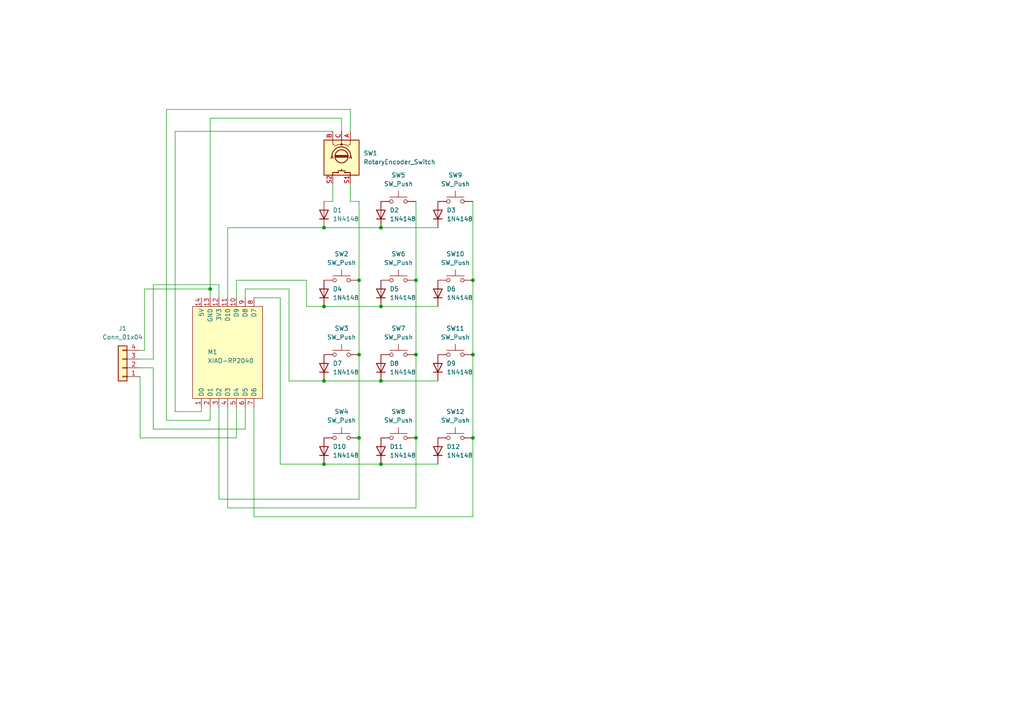
<source format=kicad_sch>
(kicad_sch (version 20231120) (generator "eeschema") (generator_version "8.0")
  (paper "A4")
  (lib_symbols
    (symbol "Connector_Generic:Conn_01x04" (pin_names (offset 1.016) hide)
      (property "Reference" "J" (at 0 5.08 0))
      (property "Value" "Conn_01x04" (at 0 -7.62 0))
      (symbol "Conn_01x04_1_1"
        (rectangle (start -1.27 -4.953) (end 0 -5.207) (stroke (width 0.1524)))
        (rectangle (start -1.27 -2.413) (end 0 -2.667) (stroke (width 0.1524)))
        (rectangle (start -1.27 0.127) (end 0 -0.127) (stroke (width 0.1524)))
        (rectangle (start -1.27 2.667) (end 0 2.413) (stroke (width 0.1524)))
        (rectangle (start -1.27 3.81) (end 1.27 -6.35) (stroke (width 0.254)) (fill (type background)))
        (pin passive line (at -5.08 2.54 0) (length 3.81) (name "Pin_1") (number "1"))
        (pin passive line (at -5.08 0 0) (length 3.81) (name "Pin_2") (number "2"))
        (pin passive line (at -5.08 -2.54 0) (length 3.81) (name "Pin_3") (number "3"))
        (pin passive line (at -5.08 -5.08 0) (length 3.81) (name "Pin_4") (number "4"))
      )
    )
    (symbol "Device:RotaryEncoder_Switch" (pin_names (offset 0.254) hide)
      (property "Reference" "SW" (at 0 6.604 0))
      (property "Value" "RotaryEncoder_Switch" (at 0 -6.604 0))
      (symbol "RotaryEncoder_Switch_0_1"
        (rectangle (start -5.08 5.08) (end 5.08 -5.08) (stroke (width 0.254)) (fill (type background)))
        (circle (center -3.81 0) (radius 0.254) (fill (type outline)))
        (circle (center -0.381 0) (radius 1.905) (stroke (width 0.254)))
        (arc (start -0.381 2.667) (mid -3.0988 -0.0635) (end -0.381 -2.794) (stroke (width 0.254)))
        (polyline (pts (xy -0.635 -1.778) (xy -0.635 1.778)) (stroke (width 0.254)))
        (polyline (pts (xy -0.381 -1.778) (xy -0.381 1.778)) (stroke (width 0.254)))
        (polyline (pts (xy -0.127 1.778) (xy -0.127 -1.778)) (stroke (width 0.254)))
        (polyline (pts (xy 3.81 0) (xy 3.429 0)) (stroke (width 0.254)))
        (polyline (pts (xy 3.81 1.016) (xy 3.81 -1.016)) (stroke (width 0.254)))
        (polyline (pts (xy -5.08 -2.54) (xy -3.81 -2.54) (xy -3.81 -2.032)))
        (polyline (pts (xy -5.08 2.54) (xy -3.81 2.54) (xy -3.81 2.032)))
        (polyline (pts (xy 0.254 -3.048) (xy -0.508 -2.794) (xy 0.127 -2.413)) (stroke (width 0.254)))
        (polyline (pts (xy 0.254 2.921) (xy -0.508 2.667) (xy 0.127 2.286)) (stroke (width 0.254)))
        (polyline (pts (xy 5.08 -2.54) (xy 4.318 -2.54) (xy 4.318 -1.016)) (stroke (width 0.254)))
        (polyline (pts (xy 5.08 2.54) (xy 4.318 2.54) (xy 4.318 1.016)) (stroke (width 0.254)))
        (polyline (pts (xy -5.08 0) (xy -3.81 0) (xy -3.81 -1.016) (xy -3.302 -2.032)))
        (polyline (pts (xy -4.318 0) (xy -3.81 0) (xy -3.81 1.016) (xy -3.302 2.032)))
        (circle (center 4.318 -1.016) (radius 0.127) (stroke (width 0.254)))
        (circle (center 4.318 1.016) (radius 0.127) (stroke (width 0.254)))
      )
      (symbol "RotaryEncoder_Switch_1_1"
        (pin passive line (at -7.62 2.54 0) (length 2.54) (name "A") (number "A"))
        (pin passive line (at -7.62 -2.54 0) (length 2.54) (name "B") (number "B"))
        (pin passive line (at -7.62 0 0) (length 2.54) (name "C") (number "C"))
        (pin passive line (at 7.62 2.54 180) (length 2.54) (name "S1") (number "S1"))
        (pin passive line (at 7.62 -2.54 180) (length 2.54) (name "S2") (number "S2"))
      )
    )
    (symbol "Diode:1N4148" (pin_numbers hide) (pin_names hide)
      (property "Reference" "D" (at 0 2.54 0))
      (property "Value" "1N4148" (at 0 -2.54 0))
      (symbol "1N4148_0_1"
        (polyline (pts (xy -1.27 1.27) (xy -1.27 -1.27)) (stroke (width 0.254)))
        (polyline (pts (xy 1.27 0) (xy -1.27 0)))
        (polyline (pts (xy 1.27 1.27) (xy 1.27 -1.27) (xy -1.27 0) (xy 1.27 1.27)) (stroke (width 0.254)))
      )
      (symbol "1N4148_1_1"
        (pin passive line (at -3.81 0 0) (length 2.54) (name "K") (number "1"))
        (pin passive line (at 3.81 0 180) (length 2.54) (name "A") (number "2"))
      )
    )
    (symbol "Switch:SW_Push" (pin_numbers hide) (pin_names (offset 1.016) hide)
      (property "Reference" "SW" (at 1.27 2.54 0))
      (property "Value" "SW_Push" (at 0 -1.524 0))
      (symbol "SW_Push_0_1"
        (circle (center -2.032 0) (radius 0.508))
        (polyline (pts (xy 0 1.27) (xy 0 3.048)))
        (polyline (pts (xy 2.54 1.27) (xy -2.54 1.27)))
        (circle (center 2.032 0) (radius 0.508))
        (pin passive line (at -5.08 0 0) (length 2.54) (name "1") (number "1"))
        (pin passive line (at 5.08 0 180) (length 2.54) (name "2") (number "2"))
      )
    )
    (symbol "xiao-rp2040:XIAO-RP2040"
      (property "Reference" "M" (at 0 0 0))
      (property "Value" "XIAO-RP2040" (at 0 2.54 0))
      (symbol "XIAO-RP2040_0_1"
        (rectangle (start -12.7 10.16) (end 13.97 -10.16) (fill (type background)))
      )
      (symbol "XIAO-RP2040_1_1"
        (pin bidirectional line (at -15.24 7.62 0) (length 2.54) (name "D0") (number "1"))
        (pin bidirectional line (at 16.51 -2.54 180) (length 2.54) (name "D9") (number "10"))
        (pin bidirectional line (at 16.51 0 180) (length 2.54) (name "D10") (number "11"))
        (pin power_in line (at 16.51 2.54 180) (length 2.54) (name "3V3") (number "12"))
        (pin power_in line (at 16.51 5.08 180) (length 2.54) (name "GND") (number "13"))
        (pin power_in line (at 16.51 7.62 180) (length 2.54) (name "5V") (number "14"))
        (pin bidirectional line (at -15.24 5.08 0) (length 2.54) (name "D1") (number "2"))
        (pin bidirectional line (at -15.24 2.54 0) (length 2.54) (name "D2") (number "3"))
        (pin bidirectional line (at -15.24 0 0) (length 2.54) (name "D3") (number "4"))
        (pin bidirectional line (at -15.24 -2.54 0) (length 2.54) (name "D4") (number "5"))
        (pin bidirectional line (at -15.24 -5.08 0) (length 2.54) (name "D5") (number "6"))
        (pin bidirectional line (at -15.24 -7.62 0) (length 2.54) (name "D6") (number "7"))
        (pin bidirectional line (at 16.51 -7.62 180) (length 2.54) (name "D7") (number "8"))
        (pin bidirectional line (at 16.51 -5.08 180) (length 2.54) (name "D8") (number "9"))
      )
    )
  )
  (junction (at 93.98 88.9))
  (junction (at 137.16 102.87))
  (junction (at 120.65 81.28))
  (junction (at 137.16 127))
  (junction (at 120.65 102.87))
  (junction (at 104.14 127))
  (junction (at 110.49 110.49))
  (junction (at 137.16 81.28))
  (junction (at 93.98 110.49))
  (junction (at 104.14 102.87))
  (junction (at 120.65 127))
  (junction (at 93.98 134.62))
  (junction (at 104.14 81.28))
  (junction (at 110.49 88.9))
  (junction (at 110.49 66.04))
  (junction (at 60.96 83.82))
  (junction (at 110.49 134.62))
  (junction (at 93.98 66.04))
  (wire (pts (xy 137.16 127) (xy 137.16 149.86)))
  (wire (pts (xy 50.8 38.1) (xy 50.8 119.38)))
  (wire (pts (xy 137.16 58.42) (xy 137.16 81.28)))
  (wire (pts (xy 101.6 38.1) (xy 101.6 31.75)))
  (wire (pts (xy 88.9 81.28) (xy 88.9 88.9)))
  (wire (pts (xy 68.58 81.28) (xy 88.9 81.28)))
  (wire (pts (xy 71.12 83.82) (xy 71.12 86.36)))
  (wire (pts (xy 63.5 82.55) (xy 63.5 86.36)))
  (wire (pts (xy 101.6 58.42) (xy 101.6 53.34)))
  (wire (pts (xy 66.04 118.11) (xy 66.04 147.32)))
  (wire (pts (xy 68.58 86.36) (xy 68.58 81.28)))
  (wire (pts (xy 44.45 82.55) (xy 44.45 104.14)))
  (wire (pts (xy 127 66.04) (xy 110.49 66.04)))
  (wire (pts (xy 104.14 58.42) (xy 101.6 58.42)))
  (wire (pts (xy 71.12 118.11) (xy 71.12 124.46)))
  (wire (pts (xy 66.04 147.32) (xy 120.65 147.32)))
  (wire (pts (xy 99.06 34.29) (xy 99.06 38.1)))
  (wire (pts (xy 104.14 127) (xy 104.14 144.78)))
  (wire (pts (xy 104.14 102.87) (xy 104.14 127)))
  (wire (pts (xy 60.96 83.82) (xy 60.96 86.36)))
  (wire (pts (xy 127 88.9) (xy 110.49 88.9)))
  (wire (pts (xy 93.98 58.42) (xy 96.52 58.42)))
  (wire (pts (xy 50.8 119.38) (xy 58.42 119.38)))
  (wire (pts (xy 110.49 66.04) (xy 93.98 66.04)))
  (wire (pts (xy 48.26 31.75) (xy 48.26 121.92)))
  (wire (pts (xy 88.9 88.9) (xy 93.98 88.9)))
  (wire (pts (xy 73.66 86.36) (xy 81.28 86.36)))
  (wire (pts (xy 96.52 38.1) (xy 50.8 38.1)))
  (wire (pts (xy 60.96 118.11) (xy 60.96 121.92)))
  (wire (pts (xy 63.5 144.78) (xy 63.5 118.11)))
  (wire (pts (xy 66.04 66.04) (xy 93.98 66.04)))
  (wire (pts (xy 110.49 110.49) (xy 93.98 110.49)))
  (wire (pts (xy 127 110.49) (xy 110.49 110.49)))
  (wire (pts (xy 41.91 101.6) (xy 41.91 83.82)))
  (wire (pts (xy 104.14 144.78) (xy 63.5 144.78)))
  (wire (pts (xy 83.82 110.49) (xy 83.82 83.82)))
  (wire (pts (xy 83.82 83.82) (xy 71.12 83.82)))
  (wire (pts (xy 120.65 147.32) (xy 120.65 127)))
  (wire (pts (xy 93.98 110.49) (xy 83.82 110.49)))
  (wire (pts (xy 110.49 134.62) (xy 93.98 134.62)))
  (wire (pts (xy 137.16 102.87) (xy 137.16 127)))
  (wire (pts (xy 137.16 81.28) (xy 137.16 102.87)))
  (wire (pts (xy 66.04 66.04) (xy 66.04 86.36)))
  (wire (pts (xy 48.26 121.92) (xy 60.96 121.92)))
  (wire (pts (xy 104.14 81.28) (xy 104.14 102.87)))
  (wire (pts (xy 101.6 31.75) (xy 48.26 31.75)))
  (wire (pts (xy 44.45 82.55) (xy 63.5 82.55)))
  (wire (pts (xy 44.45 124.46) (xy 71.12 124.46)))
  (wire (pts (xy 73.66 149.86) (xy 73.66 118.11)))
  (wire (pts (xy 110.49 88.9) (xy 93.98 88.9)))
  (wire (pts (xy 44.45 104.14) (xy 40.64 104.14)))
  (wire (pts (xy 104.14 58.42) (xy 104.14 81.28)))
  (wire (pts (xy 41.91 101.6) (xy 40.64 101.6)))
  (wire (pts (xy 81.28 134.62) (xy 93.98 134.62)))
  (wire (pts (xy 96.52 58.42) (xy 96.52 53.34)))
  (wire (pts (xy 60.96 34.29) (xy 99.06 34.29)))
  (wire (pts (xy 44.45 106.68) (xy 40.64 106.68)))
  (wire (pts (xy 41.91 83.82) (xy 60.96 83.82)))
  (wire (pts (xy 68.58 127) (xy 40.64 127)))
  (wire (pts (xy 137.16 149.86) (xy 73.66 149.86)))
  (wire (pts (xy 120.65 81.28) (xy 120.65 102.87)))
  (wire (pts (xy 120.65 102.87) (xy 120.65 127)))
  (wire (pts (xy 68.58 118.11) (xy 68.58 127)))
  (wire (pts (xy 127 134.62) (xy 110.49 134.62)))
  (wire (pts (xy 40.64 127) (xy 40.64 109.22)))
  (wire (pts (xy 58.42 118.11) (xy 58.42 119.38)))
  (wire (pts (xy 44.45 124.46) (xy 44.45 106.68)))
  (wire (pts (xy 81.28 86.36) (xy 81.28 134.62)))
  (wire (pts (xy 120.65 58.42) (xy 120.65 81.28)))
  (wire (pts (xy 60.96 83.82) (xy 60.96 34.29)))
  (symbol (lib_id "Switch:SW_Push") (at 99.06 102.87 0) (unit 1)
    (property "Reference" "SW3" (at 99.06 95.25 0))
    (property "Value" "SW_Push" (at 99.06 97.79 0))
    (property "Footprint" "ScottoKeebs_MX:MX_PCB_1.00u" (effects (hide yes)))
    (property "Description" "Push button switch, generic, two pins" (effects (hide yes)))
  )
  (symbol (lib_id "Diode:1N4148") (at 93.98 62.23 90) (unit 1)
    (property "Reference" "D1" (at 96.52 60.9599 90) (effects (justify right)))
    (property "Value" "1N4148" (at 96.52 63.4999 90) (effects (justify right)))
    (property "Footprint" "Diode_THT:D_DO-35_SOD27_P7.62mm_Horizontal" (effects (hide yes)))
    (property "Datasheet" "https://assets.nexperia.com/documents/data-sheet/1N4148_1N4448.pdf" (effects (hide yes)))
    (property "Description" "100V 0.15A standard switching diode, DO-35" (effects (hide yes)))
    (property "Sim.Device" "D" (effects (hide yes)))
    (property "Sim.Pins" "1=K 2=A" (effects (hide yes)))
  )
  (symbol (lib_id "Diode:1N4148") (at 93.98 106.68 90) (unit 1)
    (property "Reference" "D7" (at 96.52 105.4099 90) (effects (justify right)))
    (property "Value" "1N4148" (at 96.52 107.9499 90) (effects (justify right)))
    (property "Footprint" "Diode_THT:D_DO-35_SOD27_P7.62mm_Horizontal" (effects (hide yes)))
    (property "Datasheet" "https://assets.nexperia.com/documents/data-sheet/1N4148_1N4448.pdf" (effects (hide yes)))
    (property "Description" "100V 0.15A standard switching diode, DO-35" (effects (hide yes)))
    (property "Sim.Device" "D" (effects (hide yes)))
    (property "Sim.Pins" "1=K 2=A" (effects (hide yes)))
  )
  (symbol (lib_id "Diode:1N4148") (at 127 106.68 90) (unit 1)
    (property "Reference" "D9" (at 129.54 105.4099 90) (effects (justify right)))
    (property "Value" "1N4148" (at 129.54 107.9499 90) (effects (justify right)))
    (property "Footprint" "Diode_THT:D_DO-35_SOD27_P7.62mm_Horizontal" (effects (hide yes)))
    (property "Datasheet" "https://assets.nexperia.com/documents/data-sheet/1N4148_1N4448.pdf" (effects (hide yes)))
    (property "Description" "100V 0.15A standard switching diode, DO-35" (effects (hide yes)))
    (property "Sim.Device" "D" (effects (hide yes)))
    (property "Sim.Pins" "1=K 2=A" (effects (hide yes)))
  )
  (symbol (lib_id "Diode:1N4148") (at 127 62.23 90) (unit 1)
    (property "Reference" "D3" (at 129.54 60.9599 90) (effects (justify right)))
    (property "Value" "1N4148" (at 129.54 63.4999 90) (effects (justify right)))
    (property "Footprint" "Diode_THT:D_DO-35_SOD27_P7.62mm_Horizontal" (effects (hide yes)))
    (property "Datasheet" "https://assets.nexperia.com/documents/data-sheet/1N4148_1N4448.pdf" (effects (hide yes)))
    (property "Description" "100V 0.15A standard switching diode, DO-35" (effects (hide yes)))
    (property "Sim.Device" "D" (effects (hide yes)))
    (property "Sim.Pins" "1=K 2=A" (effects (hide yes)))
  )
  (symbol (lib_id "Device:RotaryEncoder_Switch") (at 99.06 45.72 270) (unit 1)
    (property "Reference" "SW1" (at 105.41 44.4499 90) (effects (justify left)))
    (property "Value" "RotaryEncoder_Switch" (at 105.41 46.9899 90) (effects (justify left)))
    (property "Footprint" "Rotary_Encoder:RotaryEncoder_Alps_EC11E-Switch_Vertical_H20mm" (effects (hide yes)))
    (property "Description" "Rotary encoder, dual channel, incremental quadrate outputs, with switch" (effects (hide yes)))
  )
  (symbol (lib_id "Switch:SW_Push") (at 115.57 58.42 0) (unit 1)
    (property "Reference" "SW5" (at 115.57 50.8 0))
    (property "Value" "SW_Push" (at 115.57 53.34 0))
    (property "Footprint" "ScottoKeebs_MX:MX_PCB_1.00u" (effects (hide yes)))
    (property "Description" "Push button switch, generic, two pins" (effects (hide yes)))
  )
  (symbol (lib_id "Diode:1N4148") (at 93.98 85.09 90) (unit 1)
    (property "Reference" "D4" (at 96.52 83.8199 90) (effects (justify right)))
    (property "Value" "1N4148" (at 96.52 86.3599 90) (effects (justify right)))
    (property "Footprint" "Diode_THT:D_DO-35_SOD27_P7.62mm_Horizontal" (effects (hide yes)))
    (property "Datasheet" "https://assets.nexperia.com/documents/data-sheet/1N4148_1N4448.pdf" (effects (hide yes)))
    (property "Description" "100V 0.15A standard switching diode, DO-35" (effects (hide yes)))
    (property "Sim.Device" "D" (effects (hide yes)))
    (property "Sim.Pins" "1=K 2=A" (effects (hide yes)))
  )
  (symbol (lib_id "Diode:1N4148") (at 110.49 106.68 90) (unit 1)
    (property "Reference" "D8" (at 113.03 105.4099 90) (effects (justify right)))
    (property "Value" "1N4148" (at 113.03 107.9499 90) (effects (justify right)))
    (property "Footprint" "Diode_THT:D_DO-35_SOD27_P7.62mm_Horizontal" (effects (hide yes)))
    (property "Datasheet" "https://assets.nexperia.com/documents/data-sheet/1N4148_1N4448.pdf" (effects (hide yes)))
    (property "Description" "100V 0.15A standard switching diode, DO-35" (effects (hide yes)))
    (property "Sim.Device" "D" (effects (hide yes)))
    (property "Sim.Pins" "1=K 2=A" (effects (hide yes)))
  )
  (symbol (lib_id "Switch:SW_Push") (at 132.08 102.87 0) (unit 1)
    (property "Reference" "SW11" (at 132.08 95.25 0))
    (property "Value" "SW_Push" (at 132.08 97.79 0))
    (property "Footprint" "ScottoKeebs_MX:MX_PCB_1.00u" (effects (hide yes)))
    (property "Description" "Push button switch, generic, two pins" (effects (hide yes)))
  )
  (symbol (lib_id "Switch:SW_Push") (at 99.06 127 0) (unit 1)
    (property "Reference" "SW4" (at 99.06 119.38 0))
    (property "Value" "SW_Push" (at 99.06 121.92 0))
    (property "Footprint" "ScottoKeebs_MX:MX_PCB_1.00u" (effects (hide yes)))
    (property "Description" "Push button switch, generic, two pins" (effects (hide yes)))
  )
  (symbol (lib_id "Switch:SW_Push") (at 115.57 127 0) (unit 1)
    (property "Reference" "SW8" (at 115.57 119.38 0))
    (property "Value" "SW_Push" (at 115.57 121.92 0))
    (property "Footprint" "ScottoKeebs_MX:MX_PCB_1.00u" (effects (hide yes)))
    (property "Description" "Push button switch, generic, two pins" (effects (hide yes)))
  )
  (symbol (lib_id "Switch:SW_Push") (at 99.06 81.28 0) (unit 1)
    (property "Reference" "SW2" (at 99.06 73.66 0))
    (property "Value" "SW_Push" (at 99.06 76.2 0))
    (property "Footprint" "ScottoKeebs_MX:MX_PCB_1.00u" (effects (hide yes)))
    (property "Description" "Push button switch, generic, two pins" (effects (hide yes)))
  )
  (symbol (lib_id "Diode:1N4148") (at 110.49 62.23 90) (unit 1)
    (property "Reference" "D2" (at 113.03 60.9599 90) (effects (justify right)))
    (property "Value" "1N4148" (at 113.03 63.4999 90) (effects (justify right)))
    (property "Footprint" "Diode_THT:D_DO-35_SOD27_P7.62mm_Horizontal" (effects (hide yes)))
    (property "Datasheet" "https://assets.nexperia.com/documents/data-sheet/1N4148_1N4448.pdf" (effects (hide yes)))
    (property "Description" "100V 0.15A standard switching diode, DO-35" (effects (hide yes)))
    (property "Sim.Device" "D" (effects (hide yes)))
    (property "Sim.Pins" "1=K 2=A" (effects (hide yes)))
  )
  (symbol (lib_id "Diode:1N4148") (at 93.98 130.81 90) (unit 1)
    (property "Reference" "D10" (at 96.52 129.5399 90) (effects (justify right)))
    (property "Value" "1N4148" (at 96.52 132.0799 90) (effects (justify right)))
    (property "Footprint" "Diode_THT:D_DO-35_SOD27_P7.62mm_Horizontal" (effects (hide yes)))
    (property "Datasheet" "https://assets.nexperia.com/documents/data-sheet/1N4148_1N4448.pdf" (effects (hide yes)))
    (property "Description" "100V 0.15A standard switching diode, DO-35" (effects (hide yes)))
    (property "Sim.Device" "D" (effects (hide yes)))
    (property "Sim.Pins" "1=K 2=A" (effects (hide yes)))
  )
  (symbol (lib_id "Switch:SW_Push") (at 115.57 81.28 0) (unit 1)
    (property "Reference" "SW6" (at 115.57 73.66 0))
    (property "Value" "SW_Push" (at 115.57 76.2 0))
    (property "Footprint" "ScottoKeebs_MX:MX_PCB_1.00u" (effects (hide yes)))
    (property "Description" "Push button switch, generic, two pins" (effects (hide yes)))
  )
  (symbol (lib_id "Diode:1N4148") (at 110.49 85.09 90) (unit 1)
    (property "Reference" "D5" (at 113.03 83.8199 90) (effects (justify right)))
    (property "Value" "1N4148" (at 113.03 86.3599 90) (effects (justify right)))
    (property "Footprint" "Diode_THT:D_DO-35_SOD27_P7.62mm_Horizontal" (effects (hide yes)))
    (property "Datasheet" "https://assets.nexperia.com/documents/data-sheet/1N4148_1N4448.pdf" (effects (hide yes)))
    (property "Description" "100V 0.15A standard switching diode, DO-35" (effects (hide yes)))
    (property "Sim.Device" "D" (effects (hide yes)))
    (property "Sim.Pins" "1=K 2=A" (effects (hide yes)))
  )
  (symbol (lib_id "Switch:SW_Push") (at 132.08 127 0) (unit 1)
    (property "Reference" "SW12" (at 132.08 119.38 0))
    (property "Value" "SW_Push" (at 132.08 121.92 0))
    (property "Footprint" "ScottoKeebs_MX:MX_PCB_1.00u" (effects (hide yes)))
    (property "Description" "Push button switch, generic, two pins" (effects (hide yes)))
  )
  (symbol (lib_id "Diode:1N4148") (at 127 85.09 90) (unit 1)
    (property "Reference" "D6" (at 129.54 83.8199 90) (effects (justify right)))
    (property "Value" "1N4148" (at 129.54 86.3599 90) (effects (justify right)))
    (property "Footprint" "Diode_THT:D_DO-35_SOD27_P7.62mm_Horizontal" (effects (hide yes)))
    (property "Datasheet" "https://assets.nexperia.com/documents/data-sheet/1N4148_1N4448.pdf" (effects (hide yes)))
    (property "Description" "100V 0.15A standard switching diode, DO-35" (effects (hide yes)))
    (property "Sim.Device" "D" (effects (hide yes)))
    (property "Sim.Pins" "1=K 2=A" (effects (hide yes)))
  )
  (symbol (lib_id "Switch:SW_Push") (at 132.08 58.42 0) (unit 1)
    (property "Reference" "SW9" (at 132.08 50.8 0))
    (property "Value" "SW_Push" (at 132.08 53.34 0))
    (property "Footprint" "ScottoKeebs_MX:MX_PCB_1.00u" (effects (hide yes)))
    (property "Description" "Push button switch, generic, two pins" (effects (hide yes)))
  )
  (symbol (lib_id "xiao-rp2040:XIAO-RP2040") (at 66.04 102.87 90) (unit 1)
    (property "Reference" "M1" (at 60.198 102.108 90) (effects (justify right)))
    (property "Value" "XIAO-RP2040" (at 60.198 104.648 90) (effects (justify right)))
    (property "Footprint" "Library:XIAO-RP2040" (effects (hide yes)))
  )
  (symbol (lib_id "Diode:1N4148") (at 127 130.81 90) (unit 1)
    (property "Reference" "D12" (at 129.54 129.5399 90) (effects (justify right)))
    (property "Value" "1N4148" (at 129.54 132.0799 90) (effects (justify right)))
    (property "Footprint" "Diode_THT:D_DO-35_SOD27_P7.62mm_Horizontal" (effects (hide yes)))
    (property "Datasheet" "https://assets.nexperia.com/documents/data-sheet/1N4148_1N4448.pdf" (effects (hide yes)))
    (property "Description" "100V 0.15A standard switching diode, DO-35" (effects (hide yes)))
    (property "Sim.Device" "D" (effects (hide yes)))
    (property "Sim.Pins" "1=K 2=A" (effects (hide yes)))
  )
  (symbol (lib_id "Diode:1N4148") (at 110.49 130.81 90) (unit 1)
    (property "Reference" "D11" (at 113.03 129.5399 90) (effects (justify right)))
    (property "Value" "1N4148" (at 113.03 132.0799 90) (effects (justify right)))
    (property "Footprint" "Diode_THT:D_DO-35_SOD27_P7.62mm_Horizontal" (effects (hide yes)))
    (property "Datasheet" "https://assets.nexperia.com/documents/data-sheet/1N4148_1N4448.pdf" (effects (hide yes)))
    (property "Description" "100V 0.15A standard switching diode, DO-35" (effects (hide yes)))
    (property "Sim.Device" "D" (effects (hide yes)))
    (property "Sim.Pins" "1=K 2=A" (effects (hide yes)))
  )
  (symbol (lib_id "Connector_Generic:Conn_01x04") (at 35.56 106.68 180) (unit 1)
    (property "Reference" "J1" (at 35.56 95.25 0))
    (property "Value" "Conn_01x04" (at 35.56 97.79 0))
    (property "Footprint" "Library:128x64OLED" (effects (hide yes)))
    (property "Description" "Generic connector, single row, 01x04, script generated (kicad-library-utils/schlib/autogen/connector/)" (effects (hide yes)))
  )
  (symbol (lib_id "Switch:SW_Push") (at 115.57 102.87 0) (unit 1)
    (property "Reference" "SW7" (at 115.57 95.25 0))
    (property "Value" "SW_Push" (at 115.57 97.79 0))
    (property "Footprint" "ScottoKeebs_MX:MX_PCB_1.00u" (effects (hide yes)))
    (property "Description" "Push button switch, generic, two pins" (effects (hide yes)))
  )
  (symbol (lib_id "Switch:SW_Push") (at 132.08 81.28 0) (unit 1)
    (property "Reference" "SW10" (at 132.08 73.66 0))
    (property "Value" "SW_Push" (at 132.08 76.2 0))
    (property "Footprint" "ScottoKeebs_MX:MX_PCB_1.00u" (effects (hide yes)))
    (property "Description" "Push button switch, generic, two pins" (effects (hide yes)))
  )
)
</source>
